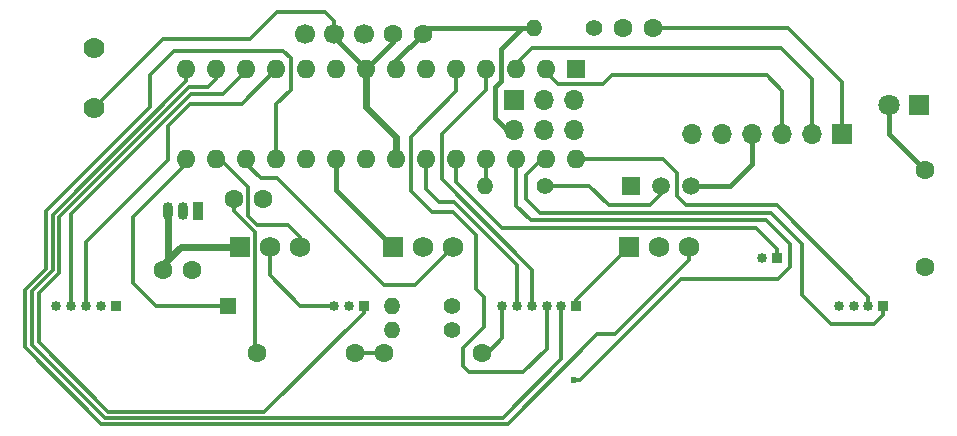
<source format=gbl>
G04 #@! TF.FileFunction,Copper,L2,Bot,Signal*
%FSLAX46Y46*%
G04 Gerber Fmt 4.6, Leading zero omitted, Abs format (unit mm)*
G04 Created by KiCad (PCBNEW 4.0.7) date 06/15/19 08:14:29*
%MOMM*%
%LPD*%
G01*
G04 APERTURE LIST*
%ADD10C,0.100000*%
%ADD11R,1.700000X1.700000*%
%ADD12O,1.700000X1.700000*%
%ADD13C,1.400000*%
%ADD14O,1.400000X1.400000*%
%ADD15C,1.750000*%
%ADD16R,1.750000X1.750000*%
%ADD17C,1.778000*%
%ADD18R,1.600000X1.600000*%
%ADD19O,1.600000X1.600000*%
%ADD20C,1.600000*%
%ADD21C,1.700000*%
%ADD22R,1.800000X1.800000*%
%ADD23C,1.800000*%
%ADD24R,0.850000X0.850000*%
%ADD25C,0.850000*%
%ADD26O,0.900000X1.500000*%
%ADD27R,0.900000X1.500000*%
%ADD28R,1.350000X1.350000*%
%ADD29C,1.520000*%
%ADD30R,1.520000X1.520000*%
%ADD31C,0.600000*%
%ADD32C,0.304800*%
%ADD33C,0.609600*%
%ADD34C,0.406400*%
G04 APERTURE END LIST*
D10*
D11*
X202498000Y-97865000D03*
D12*
X199958000Y-97865000D03*
X197418000Y-97865000D03*
X194878000Y-97865000D03*
X192338000Y-97865000D03*
X189798000Y-97865000D03*
D13*
X169505000Y-112395000D03*
D14*
X164425000Y-112395000D03*
D15*
X156578000Y-107365000D03*
X154038000Y-107365000D03*
D16*
X151498000Y-107365000D03*
D17*
X139192000Y-95631000D03*
X139192000Y-90551000D03*
D18*
X179998000Y-92365000D03*
D19*
X146978000Y-99985000D03*
X177458000Y-92365000D03*
X149518000Y-99985000D03*
X174918000Y-92365000D03*
X152058000Y-99985000D03*
X172378000Y-92365000D03*
X154598000Y-99985000D03*
X169838000Y-92365000D03*
X157138000Y-99985000D03*
X167298000Y-92365000D03*
X159678000Y-99985000D03*
X164758000Y-92365000D03*
X162218000Y-99985000D03*
X162218000Y-92365000D03*
X164758000Y-99985000D03*
X159678000Y-92365000D03*
X167298000Y-99985000D03*
X157138000Y-92365000D03*
X169838000Y-99985000D03*
X154598000Y-92365000D03*
X172378000Y-99985000D03*
X152058000Y-92365000D03*
X174918000Y-99985000D03*
X149518000Y-92365000D03*
X177458000Y-99985000D03*
X146978000Y-92365000D03*
X179998000Y-99985000D03*
D20*
X161248000Y-116365000D03*
X152998000Y-116365000D03*
D21*
X156998000Y-89365000D03*
X159498000Y-89365000D03*
X161998000Y-89365000D03*
D20*
X150998000Y-103365000D03*
X153498000Y-103365000D03*
X144998000Y-109365000D03*
X147498000Y-109365000D03*
D22*
X208998000Y-95365000D03*
D23*
X206458000Y-95365000D03*
D24*
X196998000Y-108365000D03*
D25*
X195748000Y-108365000D03*
D26*
X146728000Y-104365000D03*
X145458000Y-104365000D03*
D27*
X147998000Y-104365000D03*
D24*
X205998000Y-112365000D03*
D25*
X204748000Y-112365000D03*
X203498000Y-112365000D03*
X202248000Y-112365000D03*
D20*
X166998000Y-89365000D03*
X164498000Y-89365000D03*
X163748000Y-116365000D03*
X171998000Y-116365000D03*
X209498000Y-109115000D03*
X209498000Y-100865000D03*
X186498000Y-88865000D03*
X183998000Y-88865000D03*
D13*
X181498000Y-88865000D03*
D14*
X176418000Y-88865000D03*
D15*
X169578000Y-107365000D03*
X167038000Y-107365000D03*
D16*
X164498000Y-107365000D03*
D15*
X189578000Y-107365000D03*
X187038000Y-107365000D03*
D16*
X184498000Y-107365000D03*
D13*
X169505000Y-114427000D03*
D14*
X164425000Y-114427000D03*
D24*
X161998000Y-112365000D03*
D25*
X160748000Y-112365000D03*
X159498000Y-112365000D03*
D28*
X150498000Y-112365000D03*
D24*
X140998000Y-112365000D03*
D25*
X139748000Y-112365000D03*
X138498000Y-112365000D03*
X137248000Y-112365000D03*
X135998000Y-112365000D03*
D24*
X179998000Y-112365000D03*
D25*
X178748000Y-112365000D03*
X177498000Y-112365000D03*
X176248000Y-112365000D03*
X174998000Y-112365000D03*
X173748000Y-112365000D03*
D29*
X187198000Y-102235000D03*
X189738000Y-102235000D03*
D30*
X184658000Y-102235000D03*
D13*
X177379000Y-102235000D03*
D14*
X172299000Y-102235000D03*
D11*
X174752000Y-94996000D03*
D12*
X174752000Y-97536000D03*
X177292000Y-94996000D03*
X177292000Y-97536000D03*
X179832000Y-94996000D03*
X179832000Y-97536000D03*
D31*
X179798000Y-118665000D03*
D32*
X159498000Y-89365000D02*
X159498000Y-88251000D01*
X145034000Y-89789000D02*
X139192000Y-95631000D01*
X152400000Y-89789000D02*
X145034000Y-89789000D01*
X154686000Y-87503000D02*
X152400000Y-89789000D01*
X158750000Y-87503000D02*
X154686000Y-87503000D01*
X159498000Y-88251000D02*
X158750000Y-87503000D01*
X154038000Y-107365000D02*
X154038000Y-109805000D01*
X156598000Y-112365000D02*
X159498000Y-112365000D01*
X154038000Y-109805000D02*
X156598000Y-112365000D01*
X171998000Y-116365000D02*
X172498000Y-116365000D01*
X172498000Y-116365000D02*
X173748000Y-115115000D01*
X173748000Y-115115000D02*
X173748000Y-112365000D01*
D33*
X153498000Y-103365000D02*
X153298000Y-103365000D01*
X162218000Y-92365000D02*
X162218000Y-95585000D01*
X164758000Y-98125000D02*
X164758000Y-99985000D01*
X162218000Y-95585000D02*
X164758000Y-98125000D01*
D34*
X159498000Y-89365000D02*
X159498000Y-89645000D01*
X159498000Y-89645000D02*
X162218000Y-92365000D01*
X164498000Y-89365000D02*
X164498000Y-90085000D01*
X164498000Y-90085000D02*
X162218000Y-92365000D01*
D32*
X167298000Y-99985000D02*
X167298000Y-102528000D01*
X174998000Y-108958000D02*
X174998000Y-112365000D01*
X169672000Y-103632000D02*
X174998000Y-108958000D01*
X168402000Y-103632000D02*
X169672000Y-103632000D01*
X167298000Y-102528000D02*
X168402000Y-103632000D01*
X169838000Y-99985000D02*
X169838000Y-101893000D01*
X196998000Y-107590000D02*
X196998000Y-108365000D01*
X195199000Y-105791000D02*
X196998000Y-107590000D01*
X173736000Y-105791000D02*
X195199000Y-105791000D01*
X169838000Y-101893000D02*
X173736000Y-105791000D01*
X172378000Y-99985000D02*
X172378000Y-102156000D01*
X172378000Y-102156000D02*
X172299000Y-102235000D01*
X174918000Y-99985000D02*
X174918000Y-103928198D01*
X180293000Y-118665000D02*
X179798000Y-118665000D01*
X188849000Y-110109000D02*
X180293000Y-118665000D01*
X197104000Y-110109000D02*
X188849000Y-110109000D01*
X198120000Y-109093000D02*
X197104000Y-110109000D01*
X198120000Y-107188000D02*
X198120000Y-109093000D01*
X196088000Y-105156000D02*
X198120000Y-107188000D01*
X176145802Y-105156000D02*
X196088000Y-105156000D01*
X174918000Y-103928198D02*
X176145802Y-105156000D01*
X161248000Y-116365000D02*
X163748000Y-116365000D01*
X177458000Y-99985000D02*
X177129000Y-99985000D01*
X177129000Y-99985000D02*
X175768000Y-101346000D01*
X205998000Y-113153000D02*
X205998000Y-112365000D01*
X205232000Y-113919000D02*
X205998000Y-113153000D01*
X201549000Y-113919000D02*
X205232000Y-113919000D01*
X199136000Y-111506000D02*
X201549000Y-113919000D01*
X199136000Y-107188000D02*
X199136000Y-111506000D01*
X196469000Y-104521000D02*
X199136000Y-107188000D01*
X176911000Y-104521000D02*
X196469000Y-104521000D01*
X175768000Y-103378000D02*
X176911000Y-104521000D01*
X175768000Y-101346000D02*
X175768000Y-103378000D01*
X196977000Y-103886000D02*
X189269000Y-103886000D01*
X196977000Y-103886000D02*
X204748000Y-111657000D01*
X204748000Y-112365000D02*
X204748000Y-111657000D01*
X187368000Y-99985000D02*
X179998000Y-99985000D01*
X188498000Y-101115000D02*
X187368000Y-99985000D01*
X188498000Y-103115000D02*
X188498000Y-101115000D01*
X189269000Y-103886000D02*
X188498000Y-103115000D01*
X146978000Y-99985000D02*
X146978000Y-100385000D01*
X146978000Y-100385000D02*
X142498000Y-104865000D01*
X142498000Y-104865000D02*
X142498000Y-110465000D01*
X142498000Y-110465000D02*
X144398000Y-112365000D01*
X144398000Y-112365000D02*
X150498000Y-112365000D01*
X146978000Y-92365000D02*
X146978000Y-93385000D01*
X178748000Y-116915000D02*
X178748000Y-112365000D01*
X173793198Y-121869802D02*
X178748000Y-116915000D01*
X140102802Y-121869802D02*
X173793198Y-121869802D01*
X133898000Y-115665000D02*
X140102802Y-121869802D01*
X133898000Y-111151102D02*
X133898000Y-115665000D01*
X135693198Y-109355904D02*
X133898000Y-111151102D01*
X135693198Y-104669802D02*
X135693198Y-109355904D01*
X146978000Y-93385000D02*
X135693198Y-104669802D01*
X140390000Y-121357000D02*
X153598000Y-121357000D01*
X161998000Y-112957000D02*
X161998000Y-112365000D01*
X153598000Y-121357000D02*
X161998000Y-112957000D01*
X147998000Y-93865000D02*
X148832000Y-93865000D01*
X140398000Y-121365000D02*
X140390000Y-121357000D01*
X140390000Y-121357000D02*
X134498000Y-115465000D01*
X134498000Y-111265000D02*
X134498000Y-115465000D01*
X136198000Y-109565000D02*
X134498000Y-111265000D01*
X136198000Y-105465000D02*
X136198000Y-109565000D01*
X136198000Y-104878898D02*
X136198000Y-105465000D01*
X147998000Y-93865000D02*
X147211898Y-93865000D01*
X147211898Y-93865000D02*
X136198000Y-104878898D01*
X149518000Y-93179000D02*
X149518000Y-92365000D01*
X148832000Y-93865000D02*
X149518000Y-93179000D01*
X149518000Y-92365000D02*
X149498000Y-92365000D01*
X152058000Y-92365000D02*
X152058000Y-92505000D01*
X152058000Y-92505000D02*
X150098000Y-94465000D01*
X150098000Y-94465000D02*
X147398000Y-94465000D01*
X147398000Y-94465000D02*
X137248000Y-104615000D01*
X137248000Y-104615000D02*
X137248000Y-109115000D01*
X137248000Y-112365000D02*
X137248000Y-109115000D01*
X154598000Y-92365000D02*
X151698000Y-95265000D01*
X138498000Y-106965000D02*
X138498000Y-112365000D01*
X145398000Y-100065000D02*
X138498000Y-106965000D01*
X145398000Y-97178898D02*
X145398000Y-100065000D01*
X147311898Y-95265000D02*
X145398000Y-97178898D01*
X151698000Y-95265000D02*
X147311898Y-95265000D01*
X171498000Y-107823000D02*
X171498000Y-110919000D01*
X177498000Y-115999000D02*
X177498000Y-112365000D01*
X175514000Y-117983000D02*
X177498000Y-115999000D01*
X170942000Y-117983000D02*
X175514000Y-117983000D01*
X170434000Y-117475000D02*
X170942000Y-117983000D01*
X170434000Y-115951000D02*
X170434000Y-117475000D01*
X172212000Y-114173000D02*
X170434000Y-115951000D01*
X172212000Y-111633000D02*
X172212000Y-114173000D01*
X171498000Y-110919000D02*
X172212000Y-111633000D01*
X169198000Y-104465000D02*
X169598000Y-104465000D01*
X171498000Y-106365000D02*
X171498000Y-107823000D01*
X171498000Y-107823000D02*
X171498000Y-107865000D01*
X169598000Y-104465000D02*
X171498000Y-106365000D01*
X165998000Y-101265000D02*
X165998000Y-102665000D01*
X167798000Y-104465000D02*
X169198000Y-104465000D01*
X165998000Y-102665000D02*
X167798000Y-104465000D01*
X165998000Y-101265000D02*
X165998000Y-98065000D01*
X165998000Y-98065000D02*
X169838000Y-94225000D01*
X169838000Y-92365000D02*
X169838000Y-94225000D01*
D34*
X169838000Y-92365000D02*
X169838000Y-92705000D01*
D32*
X168598000Y-97865000D02*
X168598000Y-101669000D01*
X172378000Y-94085000D02*
X168598000Y-97865000D01*
X172378000Y-92365000D02*
X172378000Y-94085000D01*
X176248000Y-109319000D02*
X176248000Y-112365000D01*
X168598000Y-101669000D02*
X176248000Y-109319000D01*
X154598000Y-99985000D02*
X154598000Y-95338000D01*
X143891000Y-92837000D02*
X143891000Y-95572000D01*
X145923000Y-90805000D02*
X143891000Y-92837000D01*
X155194000Y-90805000D02*
X145923000Y-90805000D01*
X155829000Y-91440000D02*
X155194000Y-90805000D01*
X155829000Y-94107000D02*
X155829000Y-91440000D01*
X154598000Y-95338000D02*
X155829000Y-94107000D01*
X189578000Y-107365000D02*
X189578000Y-108485000D01*
X135104949Y-104358051D02*
X143891000Y-95572000D01*
X135098000Y-109237204D02*
X135104949Y-104358051D01*
X133298000Y-111037204D02*
X135098000Y-109237204D01*
X133298000Y-115865000D02*
X133298000Y-111037204D01*
X139807604Y-122374604D02*
X133298000Y-115865000D01*
X174188396Y-122374604D02*
X139807604Y-122374604D01*
X181798000Y-114765000D02*
X174188396Y-122374604D01*
X183298000Y-114765000D02*
X181798000Y-114765000D01*
X189578000Y-108485000D02*
X183298000Y-114765000D01*
D34*
X174752000Y-97536000D02*
X174117000Y-97536000D01*
X174117000Y-97536000D02*
X173101000Y-96520000D01*
X173609000Y-90678000D02*
X175422000Y-88865000D01*
X173609000Y-93345000D02*
X173609000Y-90678000D01*
X173101000Y-93853000D02*
X173609000Y-93345000D01*
X173101000Y-96520000D02*
X173101000Y-93853000D01*
D33*
X144998000Y-109365000D02*
X144998000Y-108875000D01*
X144998000Y-108875000D02*
X146508000Y-107365000D01*
X146508000Y-107365000D02*
X151498000Y-107365000D01*
D34*
X176418000Y-88865000D02*
X175422000Y-88865000D01*
X175422000Y-88865000D02*
X167498000Y-88865000D01*
X167498000Y-88865000D02*
X166998000Y-89365000D01*
X164758000Y-92365000D02*
X164758000Y-91605000D01*
X164758000Y-91605000D02*
X166998000Y-89365000D01*
X189738000Y-102235000D02*
X193040000Y-102235000D01*
X194878000Y-100397000D02*
X194878000Y-97865000D01*
X193040000Y-102235000D02*
X194878000Y-100397000D01*
D32*
X163998000Y-107865000D02*
X164498000Y-107365000D01*
D34*
X159678000Y-99985000D02*
X159678000Y-102545000D01*
X159678000Y-102545000D02*
X164498000Y-107365000D01*
D32*
X179998000Y-112365000D02*
X179998000Y-111865000D01*
X179998000Y-111865000D02*
X184498000Y-107365000D01*
D33*
X144998000Y-109365000D02*
X144998000Y-108865000D01*
X144998000Y-108865000D02*
X145458000Y-108405000D01*
X145458000Y-108405000D02*
X145458000Y-104365000D01*
D34*
X206458000Y-95365000D02*
X206458000Y-97825000D01*
X206458000Y-97825000D02*
X208998000Y-100365000D01*
D32*
X152058000Y-99985000D02*
X152058000Y-100369000D01*
X152058000Y-100369000D02*
X153289000Y-101600000D01*
X166326000Y-110617000D02*
X169578000Y-107365000D01*
X163703000Y-110617000D02*
X166326000Y-110617000D01*
X154686000Y-101600000D02*
X163703000Y-110617000D01*
X153289000Y-101600000D02*
X154686000Y-101600000D01*
X169578000Y-107365000D02*
X169578000Y-107345000D01*
X152058000Y-99505000D02*
X152058000Y-99985000D01*
X149518000Y-99985000D02*
X149818000Y-99985000D01*
X149818000Y-99985000D02*
X152198000Y-102365000D01*
X152198000Y-102365000D02*
X152198000Y-104765000D01*
X152198000Y-104765000D02*
X152998000Y-105565000D01*
X152998000Y-105565000D02*
X155598000Y-105565000D01*
X155598000Y-105565000D02*
X156578000Y-106545000D01*
X156578000Y-106545000D02*
X156578000Y-107365000D01*
X177458000Y-92365000D02*
X177458000Y-92622000D01*
X177458000Y-92622000D02*
X178435000Y-93599000D01*
X196116000Y-92865000D02*
X197418000Y-94167000D01*
X197418000Y-94167000D02*
X197418000Y-97865000D01*
X182998000Y-92865000D02*
X192498000Y-92865000D01*
X192498000Y-92865000D02*
X196116000Y-92865000D01*
X182264000Y-93599000D02*
X182998000Y-92865000D01*
X178435000Y-93599000D02*
X182264000Y-93599000D01*
X177458000Y-92365000D02*
X177458000Y-92825000D01*
X174918000Y-92365000D02*
X174918000Y-91909000D01*
X174918000Y-91909000D02*
X176276000Y-90551000D01*
X199958000Y-93151000D02*
X199958000Y-97865000D01*
X197358000Y-90551000D02*
X199958000Y-93151000D01*
X176276000Y-90551000D02*
X197358000Y-90551000D01*
X174918000Y-92365000D02*
X174918000Y-92785000D01*
D34*
X174918000Y-92365000D02*
X174918000Y-91945000D01*
D32*
X150998000Y-103365000D02*
X150998000Y-104389000D01*
X152781000Y-106172000D02*
X152781000Y-116148000D01*
X150998000Y-104389000D02*
X152781000Y-106172000D01*
X152781000Y-116148000D02*
X152998000Y-116365000D01*
X150998000Y-103365000D02*
X150998000Y-103965000D01*
X186498000Y-88865000D02*
X197958000Y-88865000D01*
X202498000Y-93405000D02*
X202498000Y-97865000D01*
X197958000Y-88865000D02*
X202498000Y-93405000D01*
X177379000Y-102235000D02*
X181118000Y-102235000D01*
X186248000Y-103865000D02*
X187198000Y-102915000D01*
X182748000Y-103865000D02*
X186248000Y-103865000D01*
X181118000Y-102235000D02*
X182748000Y-103865000D01*
X187198000Y-102915000D02*
X187198000Y-102235000D01*
X177379000Y-102235000D02*
X177673000Y-102235000D01*
M02*

</source>
